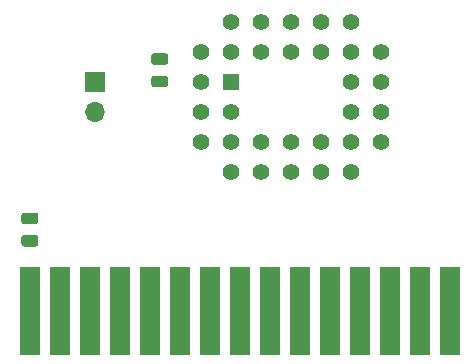
<source format=gbr>
G04 #@! TF.GenerationSoftware,KiCad,Pcbnew,(5.1.8)-1*
G04 #@! TF.CreationDate,2020-11-23T14:14:14+01:00*
G04 #@! TF.ProjectId,MM1_FLASH_128k_A,4d4d315f-464c-4415-9348-5f3132386b5f,R1*
G04 #@! TF.SameCoordinates,PX6b49d20PY52f83c0*
G04 #@! TF.FileFunction,Soldermask,Bot*
G04 #@! TF.FilePolarity,Negative*
%FSLAX46Y46*%
G04 Gerber Fmt 4.6, Leading zero omitted, Abs format (unit mm)*
G04 Created by KiCad (PCBNEW (5.1.8)-1) date 2020-11-23 14:14:14*
%MOMM*%
%LPD*%
G01*
G04 APERTURE LIST*
%ADD10R,1.700000X7.500000*%
%ADD11R,1.422400X1.422400*%
%ADD12C,1.422400*%
%ADD13R,1.700000X1.700000*%
%ADD14O,1.700000X1.700000*%
G04 APERTURE END LIST*
D10*
X7530000Y-29890000D03*
X10070000Y-29890000D03*
X12610000Y-29890000D03*
X15150000Y-29890000D03*
X17690000Y-29890000D03*
X20230000Y-29890000D03*
X22770000Y-29890000D03*
X25310000Y-29890000D03*
X27850000Y-29890000D03*
X30390000Y-29890000D03*
X32930000Y-29890000D03*
X35470000Y-29890000D03*
X38010000Y-29890000D03*
X40550000Y-29890000D03*
X43090000Y-29890000D03*
G36*
G01*
X7025000Y-21550000D02*
X7975000Y-21550000D01*
G75*
G02*
X8225000Y-21800000I0J-250000D01*
G01*
X8225000Y-22300000D01*
G75*
G02*
X7975000Y-22550000I-250000J0D01*
G01*
X7025000Y-22550000D01*
G75*
G02*
X6775000Y-22300000I0J250000D01*
G01*
X6775000Y-21800000D01*
G75*
G02*
X7025000Y-21550000I250000J0D01*
G01*
G37*
G36*
G01*
X7025000Y-23450000D02*
X7975000Y-23450000D01*
G75*
G02*
X8225000Y-23700000I0J-250000D01*
G01*
X8225000Y-24200000D01*
G75*
G02*
X7975000Y-24450000I-250000J0D01*
G01*
X7025000Y-24450000D01*
G75*
G02*
X6775000Y-24200000I0J250000D01*
G01*
X6775000Y-23700000D01*
G75*
G02*
X7025000Y-23450000I250000J0D01*
G01*
G37*
G36*
G01*
X18975000Y-10950000D02*
X18025000Y-10950000D01*
G75*
G02*
X17775000Y-10700000I0J250000D01*
G01*
X17775000Y-10200000D01*
G75*
G02*
X18025000Y-9950000I250000J0D01*
G01*
X18975000Y-9950000D01*
G75*
G02*
X19225000Y-10200000I0J-250000D01*
G01*
X19225000Y-10700000D01*
G75*
G02*
X18975000Y-10950000I-250000J0D01*
G01*
G37*
G36*
G01*
X18975000Y-9050000D02*
X18025000Y-9050000D01*
G75*
G02*
X17775000Y-8800000I0J250000D01*
G01*
X17775000Y-8300000D01*
G75*
G02*
X18025000Y-8050000I250000J0D01*
G01*
X18975000Y-8050000D01*
G75*
G02*
X19225000Y-8300000I0J-250000D01*
G01*
X19225000Y-8800000D01*
G75*
G02*
X18975000Y-9050000I-250000J0D01*
G01*
G37*
D11*
X24500000Y-10500000D03*
D12*
X24500000Y-13040000D03*
X24500000Y-7960000D03*
X21960000Y-13040000D03*
X21960000Y-15580000D03*
X21960000Y-10500000D03*
X21960000Y-7960000D03*
X24500000Y-15580000D03*
X27040000Y-15580000D03*
X29580000Y-15580000D03*
X32120000Y-15580000D03*
X24500000Y-18120000D03*
X27040000Y-18120000D03*
X29580000Y-18120000D03*
X32120000Y-18120000D03*
X34660000Y-18120000D03*
X34660000Y-15580000D03*
X34660000Y-13040000D03*
X34660000Y-10500000D03*
X34660000Y-5420000D03*
X37200000Y-15580000D03*
X37200000Y-13040000D03*
X37200000Y-10500000D03*
X37200000Y-7960000D03*
X34660000Y-7960000D03*
X32120000Y-7960000D03*
X29580000Y-7960000D03*
X27040000Y-7960000D03*
X32120000Y-5420000D03*
X29580000Y-5420000D03*
X27040000Y-5420000D03*
X24500000Y-5420000D03*
D13*
X13000000Y-10500000D03*
D14*
X13000000Y-13040000D03*
M02*

</source>
